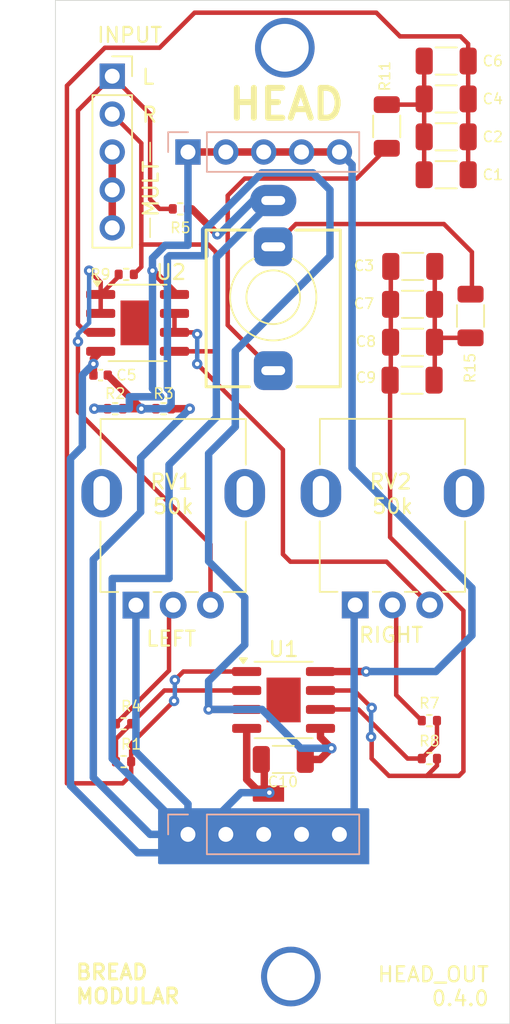
<source format=kicad_pcb>
(kicad_pcb (version 20240108) (generator "pcbnew") (generator_version "8.0")
  (layers (0 "F.Cu" signal) (31 "B.Cu" signal) (34 "B.Paste" user) (35 "F.Paste" user) (36 "B.SilkS" user "B.Silkscreen") (37 "F.SilkS" user "F.Silkscreen") (38 "B.Mask" user) (39 "F.Mask" user) (44 "Edge.Cuts" user))
  (net 0 "")
  (net 1 "GND")
  (net 2 "Net-(C1-Pad1)")
  (net 3 "OUT_L")
  (net 4 "Net-(C3-Pad1)")
  (net 5 "OUT_R")
  (net 6 "+2.5V")
  (net 7 "Net-(INPUT1-Pin_3)")
  (net 8 "IN_L")
  (net 9 "IN_R")
  (net 10 "Net-(U1A--)")
  (net 11 "Net-(R4-Pad1)")
  (net 12 "Net-(U1B--)")
  (net 13 "Net-(R7-Pad1)")
  (net 14 "Net-(C1-Pad2)")
  (net 15 "Net-(C3-Pad2)")
  (net 16 "V_SUPPLY")
  (net 17 "Net-(U2A--)")
  (net 18 "Net-(U2B--)")
  (footprint "Resistor_SMD:R_0402_1005Metric" (layer "F.Cu") (at 54.24 68)
    (property "Reference" "R3" (at 0 -1.016 0) (layer "F.SilkS") (effects (font (size 0.7 0.7) (thickness 0.1))))
    (property "Value" "1k")
    (fp_line (start -0.153641 -0.38) (end 0.153641 -0.38) (stroke (width 0.12)) (layer "F.SilkS"))
    (fp_line (start -0.153641 0.38) (end 0.153641 0.38) (stroke (width 0.12)) (layer "F.SilkS"))
    (pad "1" smd roundrect (at -0.51 0) (size 0.54 0.64) (layers "F.Cu" "F.Paste" "F.Mask") (net 6 "+2.5V"))
    (pad "2" smd roundrect (at 0.51 0) (size 0.54 0.64) (layers "F.Cu" "F.Paste" "F.Mask") (net 1 "GND"))
  )
  (footprint "Capacitor_SMD:C_1206_3216Metric" (layer "F.Cu") (at 73.201 44.704 180)
    (property "Reference" "C6" (at -3.126 0 180) (layer "F.SilkS") (effects (font (size 0.7 0.7) (thickness 0.1))))
    (property "Value" "100uf")
    (fp_line (start -0.711252 0.91) (end 0.711252 0.91) (stroke (width 0.12)) (layer "F.SilkS"))
    (fp_line (start -0.711252 -0.91) (end 0.711252 -0.91) (stroke (width 0.12)) (layer "F.SilkS"))
    (pad "1" smd roundrect (at -1.475 0 180) (size 1.15 1.8) (layers "F.Cu" "F.Paste" "F.Mask") (roundrect_rratio 0.217391) (net 2 "Net-(C1-Pad1)"))
    (pad "2" smd roundrect (at 1.475 0 180) (size 1.15 1.8) (layers "F.Cu" "F.Paste" "F.Mask") (roundrect_rratio 0.217391) (net 14 "Net-(C1-Pad2)"))
  )
  (footprint "Resistor_SMD:R_0402_1005Metric" (layer "F.Cu") (at 72.075 88.9)
    (property "Reference" "R7" (at 0 -1.17 0) (layer "F.SilkS") (effects (font (size 0.7 0.7) (thickness 0.1))))
    (property "Value" "100k")
    (fp_line (start -0.153641 -0.38) (end 0.153641 -0.38) (stroke (width 0.12)) (layer "F.SilkS"))
    (fp_line (start -0.153641 0.38) (end 0.153641 0.38) (stroke (width 0.12)) (layer "F.SilkS"))
    (pad "1" smd roundrect (at -0.51 0) (size 0.54 0.64) (layers "F.Cu" "F.Paste" "F.Mask") (net 13 "Net-(R7-Pad1)"))
    (pad "2" smd roundrect (at 0.51 0) (size 0.54 0.64) (layers "F.Cu" "F.Paste" "F.Mask") (net 12 "Net-(U1B--)"))
  )
  (footprint "BreadModular_Pots:Potentiometer_RV09" (layer "F.Cu") (at 69.727 74.158)
    (property "Reference" "RV2" (at -0.254 -1.27 180) (layer "F.SilkS"))
    (property "Value" "50k" (at -0.127 0.381 180) (layer "F.SilkS"))
    (fp_line (start -5.007 6.112) (end -5.007 1.392) (stroke (width 0.12)) (layer "F.SilkS"))
    (fp_line (start -4.997 -2.418) (end -4.997 -5.478) (stroke (width 0.12)) (layer "F.SilkS"))
    (fp_line (start -3.817 6.112) (end -4.997 6.112) (stroke (width 0.12)) (layer "F.SilkS"))
    (fp_line (start -0.917 6.112) (end -1.447 6.112) (stroke (width 0.12)) (layer "F.SilkS"))
    (fp_line (start 1.533 6.112) (end 0.703 6.112) (stroke (width 0.12)) (layer "F.SilkS"))
    (fp_line (start 4.743 -5.478) (end -4.997 -5.478) (stroke (width 0.12)) (layer "F.SilkS"))
    (fp_line (start 4.743 -2.418) (end 4.743 -5.478) (stroke (width 0.12)) (layer "F.SilkS"))
    (fp_line (start 4.743 6.112) (end 3.253 6.112) (stroke (width 0.12)) (layer "F.SilkS"))
    (fp_line (start 4.743 6.112) (end 4.743 1.392) (stroke (width 0.12)) (layer "F.SilkS"))
    (pad "" thru_hole oval (at -4.927 -0.508 180) (size 2.72 3.24) (drill oval 1.1 2.3) (layers "*.Cu" "*.Mask"))
    (pad "" thru_hole oval (at 4.673 -0.508 180) (size 2.72 3.24) (drill oval 1.1 2.3) (layers "*.Cu" "*.Mask"))
    (pad "1" thru_hole rect (at -2.627 6.992 180) (size 1.8 1.8) (drill 1) (layers "*.Cu" "*.Mask") (net 1 "GND"))
    (pad "2" thru_hole circle (at -0.127 6.992 180) (size 1.8 1.8) (drill 1) (layers "*.Cu" "*.Mask") (net 13 "Net-(R7-Pad1)"))
    (pad "3" thru_hole circle (at 2.373 6.992 180) (size 1.8 1.8) (drill 1) (layers "*.Cu" "*.Mask") (net 18 "Net-(U2B--)"))
  )
  (footprint "BreadModular_AudioJacks:Jack_3.5mm_QingPu_WQP-PJ366ST_Vertical" (layer "F.Cu") (at 61.6 60.53 180)
    (property "Reference" "J1")
    (property "Value" "AudioJack3")
    (fp_line (start 4.5 4.5) (end 4.5 -6) (stroke (width 0.2)) (layer "F.SilkS"))
    (fp_line (start 1.6 -6) (end 4.5 -6) (stroke (width 0.2)) (layer "F.SilkS"))
    (fp_line (start 1.5 4.5) (end 4.5 4.5) (stroke (width 0.2)) (layer "F.SilkS"))
    (fp_line (start -4.5 4.5) (end -1.5 4.5) (stroke (width 0.2)) (layer "F.SilkS"))
    (fp_line (start -4.5 4.5) (end -4.5 -6) (stroke (width 0.2)) (layer "F.SilkS"))
    (fp_line (start -4.5 -6) (end -1.6 -6) (stroke (width 0.2)) (layer "F.SilkS"))
    (fp_arc (start 0 -2.895) (mid 2.817353 -0.665994) (end 1.296263 2.588577) (stroke (width 0.12)) (layer "F.SilkS"))
    (fp_arc (start -1.296263 2.588577) (mid -2.817353 -0.665994) (end 0 -2.895) (stroke (width 0.12)) (layer "F.SilkS"))
    (fp_circle (center 0 0) (end -1.8 0) (stroke (width 0.12)) (fill none) (layer "F.SilkS"))
    (pad "R" thru_hole roundrect (at 0 3.38 180) (size 2.6 2.6) (drill oval 1.6 0.6) (layers "*.Cu" "*.Mask") (net 5 "OUT_R"))
    (pad "S" thru_hole oval (at 0 6.48 180) (size 3.1 2.1) (drill oval 1.6 0.6) (layers "*.Cu" "*.Mask") (net 1 "GND"))
    (pad "T" thru_hole roundrect (at 0 -4.92 180) (size 2.6 2.6) (drill oval 1.6 0.6) (layers "*.Cu" "*.Mask") (net 3 "OUT_L"))
  )
  (footprint "Capacitor_SMD:C_1206_3216Metric" (layer "F.Cu") (at 62.275 91.5)
    (property "Reference" "C10" (at -0.025 1.5 0) (layer "F.SilkS") (effects (font (size 0.7 0.7) (thickness 0.1))))
    (property "Value" "100uf")
    (fp_line (start -0.711252 -0.91) (end 0.711252 -0.91) (stroke (width 0.12)) (layer "F.SilkS"))
    (fp_line (start -0.711252 0.91) (end 0.711252 0.91) (stroke (width 0.12)) (layer "F.SilkS"))
    (pad "1" smd roundrect (at -1.475 0) (size 1.15 1.8) (layers "F.Cu" "F.Paste" "F.Mask") (roundrect_rratio 0.217391) (net 1 "GND"))
    (pad "2" smd roundrect (at 1.475 0) (size 1.15 1.8) (layers "F.Cu" "F.Paste" "F.Mask") (roundrect_rratio 0.217391) (net 6 "+2.5V"))
  )
  (footprint "Resistor_SMD:R_1206_3216Metric" (layer "F.Cu") (at 74.836 61.7875 -90)
    (property "Reference" "R15" (at 3.4905 0.033 -90) (layer "F.SilkS") (effects (font (size 0.7 0.7) (thickness 0.1))))
    (property "Value" "10")
    (fp_line (start -0.727064 0.91) (end 0.727064 0.91) (stroke (width 0.12)) (layer "F.SilkS"))
    (fp_line (start -0.727064 -0.91) (end 0.727064 -0.91) (stroke (width 0.12)) (layer "F.SilkS"))
    (pad "1" smd roundrect (at -1.4625 0 270) (size 1.125 1.75) (layers "F.Cu" "F.Paste" "F.Mask") (roundrect_rratio 0.222222) (net 5 "OUT_R"))
    (pad "2" smd roundrect (at 1.4625 0 270) (size 1.125 1.75) (layers "F.Cu" "F.Paste" "F.Mask") (roundrect_rratio 0.222222) (net 15 "Net-(C3-Pad2)"))
  )
  (footprint "Capacitor_SMD:C_1206_3216Metric" (layer "F.Cu") (at 70.915 66.087)
    (property "Reference" "C9" (at -3.097 -0.174 0) (layer "F.SilkS") (effects (font (size 0.7 0.7) (thickness 0.1))))
    (property "Value" "100uf")
    (fp_line (start -0.711252 -0.91) (end 0.711252 -0.91) (stroke (width 0.12)) (layer "F.SilkS"))
    (fp_line (start -0.711252 0.91) (end 0.711252 0.91) (stroke (width 0.12)) (layer "F.SilkS"))
    (pad "1" smd roundrect (at -1.475 0) (size 1.15 1.8) (layers "F.Cu" "F.Paste" "F.Mask") (roundrect_rratio 0.217391) (net 4 "Net-(C3-Pad1)"))
    (pad "2" smd roundrect (at 1.475 0) (size 1.15 1.8) (layers "F.Cu" "F.Paste" "F.Mask") (roundrect_rratio 0.217391) (net 15 "Net-(C3-Pad2)"))
  )
  (footprint "Resistor_SMD:R_1206_3216Metric" (layer "F.Cu") (at 69.215 49.0875 90)
    (property "Reference" "R11" (at 3.3675 -0.127 90) (layer "F.SilkS") (effects (font (size 0.7 0.7) (thickness 0.1))))
    (property "Value" "10")
    (fp_line (start -0.727064 -0.91) (end 0.727064 -0.91) (stroke (width 0.12)) (layer "F.SilkS"))
    (fp_line (start -0.727064 0.91) (end 0.727064 0.91) (stroke (width 0.12)) (layer "F.SilkS"))
    (pad "1" smd roundrect (at -1.4625 0 90) (size 1.125 1.75) (layers "F.Cu" "F.Paste" "F.Mask") (roundrect_rratio 0.222222) (net 3 "OUT_L"))
    (pad "2" smd roundrect (at 1.4625 0 90) (size 1.125 1.75) (layers "F.Cu" "F.Paste" "F.Mask") (roundrect_rratio 0.222222) (net 14 "Net-(C1-Pad2)"))
  )
  (footprint "Capacitor_SMD:C_1206_3216Metric" (layer "F.Cu") (at 70.962 58.467)
    (property "Reference" "C3" (at -3.271 -0.047 0) (layer "F.SilkS") (effects (font (size 0.7 0.7) (thickness 0.1))))
    (property "Value" "100uf")
    (fp_line (start -0.711252 -0.91) (end 0.711252 -0.91) (stroke (width 0.12)) (layer "F.SilkS"))
    (fp_line (start -0.711252 0.91) (end 0.711252 0.91) (stroke (width 0.12)) (layer "F.SilkS"))
    (pad "1" smd roundrect (at -1.475 0) (size 1.15 1.8) (layers "F.Cu" "F.Paste" "F.Mask") (roundrect_rratio 0.217391) (net 4 "Net-(C3-Pad1)"))
    (pad "2" smd roundrect (at 1.475 0) (size 1.15 1.8) (layers "F.Cu" "F.Paste" "F.Mask") (roundrect_rratio 0.217391) (net 15 "Net-(C3-Pad2)"))
  )
  (footprint "Resistor_SMD:R_0402_1005Metric" (layer "F.Cu") (at 51 68)
    (property "Reference" "R2" (at -0.002 -1.016 0) (layer "F.SilkS") (effects (font (size 0.7 0.7) (thickness 0.1))))
    (property "Value" "1k")
    (fp_line (start -0.153641 -0.38) (end 0.153641 -0.38) (stroke (width 0.12)) (layer "F.SilkS"))
    (fp_line (start -0.153641 0.38) (end 0.153641 0.38) (stroke (width 0.12)) (layer "F.SilkS"))
    (pad "1" smd roundrect (at -0.51 0) (size 0.54 0.64) (layers "F.Cu" "F.Paste" "F.Mask") (net 16 "V_SUPPLY"))
    (pad "2" smd roundrect (at 0.51 0) (size 0.54 0.64) (layers "F.Cu" "F.Paste" "F.Mask") (net 6 "+2.5V"))
  )
  (footprint "Resistor_SMD:R_0402_1005Metric" (layer "F.Cu") (at 51.56 91.6455)
    (property "Reference" "R1" (at 0.51 -1.17 0) (layer "F.SilkS") (effects (font (size 0.7 0.7) (thickness 0.1))))
    (property "Value" "100k")
    (fp_line (start -0.153641 -0.38) (end 0.153641 -0.38) (stroke (width 0.12)) (layer "F.SilkS"))
    (fp_line (start -0.153641 0.38) (end 0.153641 0.38) (stroke (width 0.12)) (layer "F.SilkS"))
    (pad "1" smd roundrect (at -0.51 0) (size 0.54 0.64) (layers "F.Cu" "F.Paste" "F.Mask") (net 10 "Net-(U1A--)"))
    (pad "2" smd roundrect (at 0.51 0) (size 0.54 0.64) (layers "F.Cu" "F.Paste" "F.Mask") (net 2 "Net-(C1-Pad1)"))
  )
  (footprint "Package_SO:SOIC-8-1EP_3.9x4.9mm_P1.27mm_EP2.29x3mm" (layer "F.Cu") (at 52.5 62.25)
    (property "Reference" "U2" (at 2.25 -3.4 0) (layer "F.SilkS"))
    (property "Value" "MCP6002-xSN")
    (fp_line (start 0 -2.56) (end -1.95 -2.56) (stroke (width 0.12)) (layer "F.SilkS"))
    (fp_line (start 0 -2.56) (end 1.95 -2.56) (stroke (width 0.12)) (layer "F.SilkS"))
    (fp_line (start 0 2.56) (end -1.95 2.56) (stroke (width 0.12)) (layer "F.SilkS"))
    (fp_line (start 0 2.56) (end 1.95 2.56) (stroke (width 0.12)) (layer "F.SilkS"))
    (fp_poly (pts (xy -2.7 -2.465) (xy -2.94 -2.795) (xy -2.46 -2.795) (xy -2.7 -2.465)) (stroke (width 0.12)) (fill solid) (layer "F.SilkS"))
    (pad "1" smd roundrect (at -2.475 -1.905) (size 1.95 0.6) (layers "F.Cu" "F.Paste" "F.Mask") (net 17 "Net-(U2A--)"))
    (pad "2" smd roundrect (at -2.475 -0.635) (size 1.95 0.6) (layers "F.Cu" "F.Paste" "F.Mask") (net 17 "Net-(U2A--)"))
    (pad "3" smd roundrect (at -2.475 0.635) (size 1.95 0.6) (layers "F.Cu" "F.Paste" "F.Mask") (net 8 "IN_L"))
    (pad "4" smd roundrect (at -2.475 1.905) (size 1.95 0.6) (layers "F.Cu" "F.Paste" "F.Mask") (net 1 "GND"))
    (pad "5" smd roundrect (at 2.475 1.905) (size 1.95 0.6) (layers "F.Cu" "F.Paste" "F.Mask") (net 9 "IN_R"))
    (pad "6" smd roundrect (at 2.475 0.635) (size 1.95 0.6) (layers "F.Cu" "F.Paste" "F.Mask") (net 18 "Net-(U2B--)"))
    (pad "7" smd roundrect (at 2.475 -0.635) (size 1.95 0.6) (layers "F.Cu" "F.Paste" "F.Mask") (net 18 "Net-(U2B--)"))
    (pad "8" smd roundrect (at 2.475 -1.905) (size 1.95 0.6) (layers "F.Cu" "F.Paste" "F.Mask") (net 16 "V_SUPPLY"))
    (pad "9" smd rect (at 0 0) (size 2.29 3) (property pad_prop_heatsink) (layers "F.Cu" "F.Mask"))
  )
  (footprint "Package_SO:SOIC-8-1EP_3.9x4.9mm_P1.27mm_EP2.29x3mm" (layer "F.Cu") (at 62.295 87.515)
    (property "Reference" "U1" (at 0 -3.4 0) (layer "F.SilkS"))
    (property "Value" "MCP6002-xSN")
    (fp_line (start 0 -2.56) (end -1.95 -2.56) (stroke (width 0.12)) (layer "F.SilkS"))
    (fp_line (start 0 -2.56) (end 1.95 -2.56) (stroke (width 0.12)) (layer "F.SilkS"))
    (fp_line (start 0 2.56) (end -1.95 2.56) (stroke (width 0.12)) (layer "F.SilkS"))
    (fp_line (start 0 2.56) (end 1.95 2.56) (stroke (width 0.12)) (layer "F.SilkS"))
    (fp_poly (pts (xy -2.7 -2.465) (xy -2.94 -2.795) (xy -2.46 -2.795) (xy -2.7 -2.465)) (stroke (width 0.12)) (fill solid) (layer "F.SilkS"))
    (pad "1" smd roundrect (at -2.475 -1.905) (size 1.95 0.6) (layers "F.Cu" "F.Paste" "F.Mask") (net 2 "Net-(C1-Pad1)"))
    (pad "2" smd roundrect (at -2.475 -0.635) (size 1.95 0.6) (layers "F.Cu" "F.Paste" "F.Mask") (net 10 "Net-(U1A--)"))
    (pad "3" smd roundrect (at -2.475 0.635) (size 1.95 0.6) (layers "F.Cu" "F.Paste" "F.Mask") (net 6 "+2.5V"))
    (pad "4" smd roundrect (at -2.475 1.905) (size 1.95 0.6) (layers "F.Cu" "F.Paste" "F.Mask") (net 1 "GND"))
    (pad "5" smd roundrect (at 2.475 1.905) (size 1.95 0.6) (layers "F.Cu" "F.Paste" "F.Mask") (net 6 "+2.5V"))
    (pad "6" smd roundrect (at 2.475 0.635) (size 1.95 0.6) (layers "F.Cu" "F.Paste" "F.Mask") (net 12 "Net-(U1B--)"))
    (pad "7" smd roundrect (at 2.475 -0.635) (size 1.95 0.6) (layers "F.Cu" "F.Paste" "F.Mask") (net 4 "Net-(C3-Pad1)"))
    (pad "8" smd roundrect (at 2.475 -1.905) (size 1.95 0.6) (layers "F.Cu" "F.Paste" "F.Mask") (net 16 "V_SUPPLY"))
    (pad "9" smd rect (at 0 0) (size 2.29 3) (property pad_prop_heatsink) (layers "F.Cu" "F.Mask"))
  )
  (footprint "Resistor_SMD:R_0402_1005Metric" (layer "F.Cu") (at 51.56 89.1055)
    (property "Reference" "R4" (at 0.51 -1.17 0) (layer "F.SilkS") (effects (font (size 0.7 0.7) (thickness 0.1))))
    (property "Value" "100k")
    (fp_line (start -0.153641 -0.38) (end 0.153641 -0.38) (stroke (width 0.12)) (layer "F.SilkS"))
    (fp_line (start -0.153641 0.38) (end 0.153641 0.38) (stroke (width 0.12)) (layer "F.SilkS"))
    (pad "1" smd roundrect (at -0.51 0) (size 0.54 0.64) (layers "F.Cu" "F.Paste" "F.Mask") (net 11 "Net-(R4-Pad1)"))
    (pad "2" smd roundrect (at 0.51 0) (size 0.54 0.64) (layers "F.Cu" "F.Paste" "F.Mask") (net 10 "Net-(U1A--)"))
  )
  (footprint "BreadModular_Pots:Potentiometer_RV09" (layer "F.Cu") (at 55.017 74.168)
    (property "Reference" "RV1" (at -0.254 -1.27 180) (layer "F.SilkS"))
    (property "Value" "50k" (at -0.127 0.381 180) (layer "F.SilkS"))
    (fp_line (start -5.007 6.112) (end -5.007 1.392) (stroke (width 0.12)) (layer "F.SilkS"))
    (fp_line (start -4.997 -2.418) (end -4.997 -5.478) (stroke (width 0.12)) (layer "F.SilkS"))
    (fp_line (start -3.817 6.112) (end -4.997 6.112) (stroke (width 0.12)) (layer "F.SilkS"))
    (fp_line (start -0.917 6.112) (end -1.447 6.112) (stroke (width 0.12)) (layer "F.SilkS"))
    (fp_line (start 1.533 6.112) (end 0.703 6.112) (stroke (width 0.12)) (layer "F.SilkS"))
    (fp_line (start 4.743 -5.478) (end -4.997 -5.478) (stroke (width 0.12)) (layer "F.SilkS"))
    (fp_line (start 4.743 -2.418) (end 4.743 -5.478) (stroke (width 0.12)) (layer "F.SilkS"))
    (fp_line (start 4.743 6.112) (end 3.253 6.112) (stroke (width 0.12)) (layer "F.SilkS"))
    (fp_line (start 4.743 6.112) (end 4.743 1.392) (stroke (width 0.12)) (layer "F.SilkS"))
    (pad "" thru_hole oval (at -4.927 -0.508 180) (size 2.72 3.24) (drill oval 1.1 2.3) (layers "*.Cu" "*.Mask"))
    (pad "" thru_hole oval (at 4.673 -0.508 180) (size 2.72 3.24) (drill oval 1.1 2.3) (layers "*.Cu" "*.Mask"))
    (pad "1" thru_hole rect (at -2.627 6.992 180) (size 1.8 1.8) (drill 1) (layers "*.Cu" "*.Mask") (net 1 "GND"))
    (pad "2" thru_hole circle (at -0.127 6.992 180) (size 1.8 1.8) (drill 1) (layers "*.Cu" "*.Mask") (net 11 "Net-(R4-Pad1)"))
    (pad "3" thru_hole circle (at 2.373 6.992 180) (size 1.8 1.8) (drill 1) (layers "*.Cu" "*.Mask") (net 17 "Net-(U2A--)"))
  )
  (footprint "Capacitor_SMD:C_1206_3216Metric" (layer "F.Cu") (at 70.946 63.547)
    (property "Reference" "C8" (at -3.128 -0.047 0) (layer "F.SilkS") (effects (font (size 0.7 0.7) (thickness 0.1))))
    (property "Value" "100uf")
    (fp_line (start -0.711252 -0.91) (end 0.711252 -0.91) (stroke (width 0.12)) (layer "F.SilkS"))
    (fp_line (start -0.711252 0.91) (end 0.711252 0.91) (stroke (width 0.12)) (layer "F.SilkS"))
    (pad "1" smd roundrect (at -1.475 0) (size 1.15 1.8) (layers "F.Cu" "F.Paste" "F.Mask") (roundrect_rratio 0.217391) (net 4 "Net-(C3-Pad1)"))
    (pad "2" smd roundrect (at 1.475 0) (size 1.15 1.8) (layers "F.Cu" "F.Paste" "F.Mask") (roundrect_rratio 0.217391) (net 15 "Net-(C3-Pad2)"))
  )
  (footprint "Resistor_SMD:R_0402_1005Metric" (layer "F.Cu") (at 72.075 91.44)
    (property "Reference" "R8" (at 0 -1.17 0) (layer "F.SilkS") (effects (font (size 0.7 0.7) (thickness 0.1))))
    (property "Value" "100k")
    (fp_line (start -0.153641 -0.38) (end 0.153641 -0.38) (stroke (width 0.12)) (layer "F.SilkS"))
    (fp_line (start -0.153641 0.38) (end 0.153641 0.38) (stroke (width 0.12)) (layer "F.SilkS"))
    (pad "1" smd roundrect (at -0.51 0) (size 0.54 0.64) (layers "F.Cu" "F.Paste" "F.Mask") (net 12 "Net-(U1B--)"))
    (pad "2" smd roundrect (at 0.51 0) (size 0.54 0.64) (layers "F.Cu" "F.Paste" "F.Mask") (net 4 "Net-(C3-Pad1)"))
  )
  (footprint "Capacitor_SMD:C_0402_1005Metric" (layer "F.Cu") (at 50.02 65.75)
    (property "Reference" "C5" (at 1.73 0 0) (layer "F.SilkS") (effects (font (size 0.7 0.7) (thickness 0.1))))
    (property "Value" "0.1uf")
    (fp_line (start -0.107836 -0.36) (end 0.107836 -0.36) (stroke (width 0.12)) (layer "F.SilkS"))
    (fp_line (start -0.107836 0.36) (end 0.107836 0.36) (stroke (width 0.12)) (layer "F.SilkS"))
    (pad "1" smd roundrect (at -0.48 0) (size 0.56 0.62) (layers "F.Cu" "F.Paste" "F.Mask") (net 1 "GND"))
    (pad "2" smd roundrect (at 0.48 0) (size 0.56 0.62) (layers "F.Cu" "F.Paste" "F.Mask") (net 6 "+2.5V"))
  )
  (footprint "Capacitor_SMD:C_1206_3216Metric" (layer "F.Cu") (at 73.201 49.784 180)
    (property "Reference" "C2" (at -3.126 0 180) (layer "F.SilkS") (effects (font (size 0.7 0.7) (thickness 0.1))))
    (property "Value" "100uf")
    (fp_line (start -0.711252 0.91) (end 0.711252 0.91) (stroke (width 0.12)) (layer "F.SilkS"))
    (fp_line (start -0.711252 -0.91) (end 0.711252 -0.91) (stroke (width 0.12)) (layer "F.SilkS"))
    (pad "1" smd roundrect (at -1.475 0 180) (size 1.15 1.8) (layers "F.Cu" "F.Paste" "F.Mask") (roundrect_rratio 0.217391) (net 2 "Net-(C1-Pad1)"))
    (pad "2" smd roundrect (at 1.475 0 180) (size 1.15 1.8) (layers "F.Cu" "F.Paste" "F.Mask") (roundrect_rratio 0.217391) (net 14 "Net-(C1-Pad2)"))
  )
  (footprint "Capacitor_SMD:C_1206_3216Metric" (layer "F.Cu") (at 73.201 52.324 180)
    (property "Reference" "C1" (at -3.126 0 180) (layer "F.SilkS") (effects (font (size 0.7 0.7) (thickness 0.1))))
    (property "Value" "100uf")
    (fp_line (start -0.711252 0.91) (end 0.711252 0.91) (stroke (width 0.12)) (layer "F.SilkS"))
    (fp_line (start -0.711252 -0.91) (end 0.711252 -0.91) (stroke (width 0.12)) (layer "F.SilkS"))
    (pad "1" smd roundrect (at -1.475 0 180) (size 1.15 1.8) (layers "F.Cu" "F.Paste" "F.Mask") (roundrect_rratio 0.217391) (net 2 "Net-(C1-Pad1)"))
    (pad "2" smd roundrect (at 1.475 0 180) (size 1.15 1.8) (layers "F.Cu" "F.Paste" "F.Mask") (roundrect_rratio 0.217391) (net 14 "Net-(C1-Pad2)"))
  )
  (footprint "Resistor_SMD:R_0402_1005Metric" (layer "F.Cu") (at 51.74 59)
    (property "Reference" "R9" (at -1.74 0 0) (layer "F.SilkS") (effects (font (size 0.7 0.7) (thickness 0.1))))
    (property "Value" "1M")
    (fp_line (start -0.153641 -0.38) (end 0.153641 -0.38) (stroke (width 0.12)) (layer "F.SilkS"))
    (fp_line (start -0.153641 0.38) (end 0.153641 0.38) (stroke (width 0.12)) (layer "F.SilkS"))
    (pad "1" smd roundrect (at -0.51 0) (size 0.54 0.64) (layers "F.Cu" "F.Paste" "F.Mask") (net 17 "Net-(U2A--)"))
    (pad "2" smd roundrect (at 0.51 0) (size 0.54 0.64) (layers "F.Cu" "F.Paste" "F.Mask") (net 9 "IN_R"))
  )
  (footprint "Capacitor_SMD:C_1206_3216Metric" (layer "F.Cu") (at 70.946 61.007)
    (property "Reference" "C7" (at -3.255 -0.047 0) (layer "F.SilkS") (effects (font (size 0.7 0.7) (thickness 0.1))))
    (property "Value" "100uf")
    (fp_line (start -0.711252 -0.91) (end 0.711252 -0.91) (stroke (width 0.12)) (layer "F.SilkS"))
    (fp_line (start -0.711252 0.91) (end 0.711252 0.91) (stroke (width 0.12)) (layer "F.SilkS"))
    (pad "1" smd roundrect (at -1.475 0) (size 1.15 1.8) (layers "F.Cu" "F.Paste" "F.Mask") (roundrect_rratio 0.217391) (net 4 "Net-(C3-Pad1)"))
    (pad "2" smd roundrect (at 1.475 0) (size 1.15 1.8) (layers "F.Cu" "F.Paste" "F.Mask") (roundrect_rratio 0.217391) (net 15 "Net-(C3-Pad2)"))
  )
  (footprint "Capacitor_SMD:C_1206_3216Metric" (layer "F.Cu") (at 73.201 47.244 180)
    (property "Reference" "C4" (at -3.126 0 180) (layer "F.SilkS") (effects (font (size 0.7 0.7) (thickness 0.1))))
    (property "Value" "100uf")
    (fp_line (start -0.711252 0.91) (end 0.711252 0.91) (stroke (width 0.12)) (layer "F.SilkS"))
    (fp_line (start -0.711252 -0.91) (end 0.711252 -0.91) (stroke (width 0.12)) (layer "F.SilkS"))
    (pad "1" smd roundrect (at -1.475 0 180) (size 1.15 1.8) (layers "F.Cu" "F.Paste" "F.Mask") (roundrect_rratio 0.217391) (net 2 "Net-(C1-Pad1)"))
    (pad "2" smd roundrect (at 1.475 0 180) (size 1.15 1.8) (layers "F.Cu" "F.Paste" "F.Mask") (roundrect_rratio 0.217391) (net 14 "Net-(C1-Pad2)"))
  )
  (footprint "Resistor_SMD:R_0402_1005Metric" (layer "F.Cu") (at 55.37 54.61)
    (property "Reference" "R5" (at 0 1.27 0) (layer "F.SilkS") (effects (font (size 0.7 0.7) (thickness 0.1))))
    (property "Value" "100k")
    (fp_line (start -0.153641 -0.38) (end 0.153641 -0.38) (stroke (width 0.12)) (layer "F.SilkS"))
    (fp_line (start -0.153641 0.38) (end 0.153641 0.38) (stroke (width 0.12)) (layer "F.SilkS"))
    (pad "1" smd roundrect (at -0.51 0) (size 0.54 0.64) (layers "F.Cu" "F.Paste" "F.Mask") (net 8 "IN_L"))
    (pad "2" smd roundrect (at 0.51 0) (size 0.54 0.64) (layers "F.Cu" "F.Paste" "F.Mask") (net 1 "GND"))
  )
  (footprint "Connector_PinSocket_2.54mm:PinSocket_1x05_P2.54mm_Vertical" (layer "F.Cu") (at 50.8 45.72)
    (property "Reference" "INPUT1")
    (property "Value" "Conn_01x05_Socket")
    (fp_line (start -1.33 1.27) (end -1.33 11.49) (stroke (width 0.12)) (layer "F.SilkS"))
    (fp_line (start -1.33 1.27) (end 1.33 1.27) (stroke (width 0.12)) (layer "F.SilkS"))
    (fp_line (start -1.33 11.49) (end 1.33 11.49) (stroke (width 0.12)) (layer "F.SilkS"))
    (fp_line (start 0 -1.33) (end 1.33 -1.33) (stroke (width 0.12)) (layer "F.SilkS"))
    (fp_line (start 1.33 -1.33) (end 1.33 0) (stroke (width 0.12)) (layer "F.SilkS"))
    (fp_line (start 1.33 1.27) (end 1.33 11.49) (stroke (width 0.12)) (layer "F.SilkS"))
    (pad "1" thru_hole rect (at 0 0) (size 1.7 1.7) (drill 1) (layers "*.Cu" "*.Mask") (net 8 "IN_L"))
    (pad "2" thru_hole oval (at 0 2.54) (size 1.7 1.7) (drill 1) (layers "*.Cu" "*.Mask") (net 9 "IN_R"))
    (pad "3" thru_hole oval (at 0 5.08) (size 1.7 1.7) (drill 1) (layers "*.Cu" "*.Mask") (net 7 "Net-(INPUT1-Pin_3)"))
    (pad "4" thru_hole oval (at 0 7.62) (size 1.7 1.7) (drill 1) (layers "*.Cu" "*.Mask") (net 7 "Net-(INPUT1-Pin_3)"))
    (pad "5" thru_hole oval (at 0 10.16) (size 1.7 1.7) (drill 1) (layers "*.Cu" "*.Mask") (net 7 "Net-(INPUT1-Pin_3)"))
  )
  (footprint "Connector_PinHeader_2.54mm:PinHeader_1x05_P2.54mm_Vertical" (layer "B.Cu") (at 55.88 96.52 -90)
    (property "Reference" "GND1" (hide yes))
    (property "Value" "Conn_01x05_Pin")
    (fp_line (start -1.33 1.33) (end -1.33 0) (stroke (width 0.12)) (layer "B.SilkS"))
    (fp_line (start 0 1.33) (end -1.33 1.33) (stroke (width 0.12)) (layer "B.SilkS"))
    (fp_line (start 1.33 -1.27) (end -1.33 -1.27) (stroke (width 0.12)) (layer "B.SilkS"))
    (fp_line (start -1.33 -11.49) (end -1.33 -1.27) (stroke (width 0.12)) (layer "B.SilkS"))
    (fp_line (start 1.33 -11.49) (end 1.33 -1.27) (stroke (width 0.12)) (layer "B.SilkS"))
    (fp_line (start 1.33 -11.49) (end -1.33 -11.49) (stroke (width 0.12)) (layer "B.SilkS"))
    (pad "1" thru_hole rect (at 0 0 270) (size 1.7 1.7) (drill 1) (layers "*.Cu" "*.Mask") (net 1 "GND"))
    (pad "2" thru_hole oval (at 0 -2.54 270) (size 1.7 1.7) (drill 1) (layers "*.Cu" "*.Mask") (net 1 "GND"))
    (pad "3" thru_hole oval (at 0 -5.08 270) (size 1.7 1.7) (drill 1) (layers "*.Cu" "*.Mask") (net 1 "GND"))
    (pad "4" thru_hole oval (at 0 -7.62 270) (size 1.7 1.7) (drill 1) (layers "*.Cu" "*.Mask") (net 1 "GND"))
    (pad "5" thru_hole oval (at 0 -10.16 270) (size 1.7 1.7) (drill 1) (layers "*.Cu" "*.Mask") (net 1 "GND"))
  )
  (footprint "Connector_PinHeader_2.54mm:PinHeader_1x05_P2.54mm_Vertical" (layer "B.Cu") (at 55.88 50.8 -90)
    (property "Reference" "5V1" (hide yes))
    (property "Value" "Conn_01x05_Pin")
    (fp_line (start -1.33 1.33) (end -1.33 0) (stroke (width 0.12)) (layer "B.SilkS"))
    (fp_line (start 0 1.33) (end -1.33 1.33) (stroke (width 0.12)) (layer "B.SilkS"))
    (fp_line (start 1.33 -1.27) (end -1.33 -1.27) (stroke (width 0.12)) (layer "B.SilkS"))
    (fp_line (start -1.33 -11.49) (end -1.33 -1.27) (stroke (width 0.12)) (layer "B.SilkS"))
    (fp_line (start 1.33 -11.49) (end 1.33 -1.27) (stroke (width 0.12)) (layer "B.SilkS"))
    (fp_line (start 1.33 -11.49) (end -1.33 -11.49) (stroke (width 0.12)) (layer "B.SilkS"))
    (pad "1" thru_hole rect (at 0 0 270) (size 1.7 1.7) (drill 1) (layers "*.Cu" "*.Mask") (net 16 "V_SUPPLY"))
    (pad "2" thru_hole oval (at 0 -2.54 270) (size 1.7 1.7) (drill 1) (layers "*.Cu" "*.Mask") (net 16 "V_SUPPLY"))
    (pad "3" thru_hole oval (at 0 -5.08 270) (size 1.7 1.7) (drill 1) (layers "*.Cu" "*.Mask") (net 16 "V_SUPPLY"))
    (pad "4" thru_hole oval (at 0 -7.62 270) (size 1.7 1.7) (drill 1) (layers "*.Cu" "*.Mask") (net 16 "V_SUPPLY"))
    (pad "5" thru_hole oval (at 0 -10.16 270) (size 1.7 1.7) (drill 1) (layers "*.Cu" "*.Mask") (net 16 "V_SUPPLY"))
  )
  (gr_poly (pts (xy 60.325 93.345) (xy 62.23 93.345) (xy 62.23 94.234) (xy 60.325 94.234)) (stroke (width 0.2)) (fill solid) (layer "F.Cu") (net 1))
  (gr_poly (pts (xy 53.975 94.869) (xy 67.945 94.869) (xy 67.945 98.425) (xy 53.975 98.425)) (stroke (width 0.2)) (fill solid) (layer "B.Cu") (net 1))
  (gr_line (start 53.34 51.435) (end 53.34 50.165) (stroke (width 0.1)) (layer "F.SilkS"))
  (gr_line (start 53.34 55.245) (end 53.34 56.515) (stroke (width 0.1)) (layer "F.SilkS"))
  (gr_line (start 46.99 109.22) (end 77.47 109.22) (stroke (width 0.05)) (layer "Edge.Cuts"))
  (gr_line (start 77.47 40.64) (end 46.99 40.64) (stroke (width 0.05)) (layer "Edge.Cuts"))
  (gr_line (start 46.99 40.64) (end 46.99 109.22) (stroke (width 0.05)) (layer "Edge.Cuts"))
  (gr_line (start 77.47 109.22) (end 77.47 40.64) (stroke (width 0.05)) (layer "Edge.Cuts"))
  (gr_text "R" (at 52.705 48.895 0) (layer "F.SilkS") (effects (font (size 1 1)) (justify left bottom)))
  (gr_text "HEAD" (at 58.42 48.768 0) (layer "F.SilkS") (effects (font (size 2 2) (thickness 0.4) (bold yes)) (justify left bottom)))
  (gr_text "RIGHT" (at 69.5 83.75 0) (layer "F.SilkS") (effects (font (size 1 1)) (justify bottom)))
  (gr_text "HEAD_OUT\n0.4.0" (at 76.15 108.1 0) (layer "F.SilkS") (effects (font (size 1 1)) (justify right bottom)))
  (gr_text "MULT" (at 53.975 55.245 90) (layer "F.SilkS") (effects (font (size 1 1)) (justify left bottom)))
  (gr_text "L" (at 52.705 46.355 0) (layer "F.SilkS") (effects (font (size 1 1)) (justify left bottom)))
  (gr_text "INPUT" (at 49.7 43.55 0) (layer "F.SilkS") (effects (font (size 1 1)) (justify left bottom)))
  (gr_text "BREAD\nMODULAR" (at 48.26 107.95 0) (layer "F.SilkS") (effects (font (size 1 1) (thickness 0.2) (bold yes)) (justify left bottom)))
  (gr_text "LEFT" (at 54.75 84 0) (layer "F.SilkS") (effects (font (size 1 1)) (justify bottom)))
  (via (at 62.784908 106.045) (size 4) (drill 3.2) (layers "F.Cu" "B.Cu") (net 0))
  (via (at 62.37758 43.815) (size 4) (drill 3.2) (layers "F.Cu" "B.Cu") (net 0))
  (segment (start 61 91.5) (end 61 93.385) (width 0.5) (layer "F.Cu") (net 1))
  (segment (start 55.88 96.52) (end 66.04 96.52) (width 0.5) (layer "F.Cu") (net 1))
  (segment (start 61 93.385) (end 61.341 93.726) (width 0.5) (layer "F.Cu") (net 1))
  (segment (start 60.706 93.726) (end 61.341 93.726) (width 0.5) (layer "F.Cu") (net 1))
  (segment (start 56.143951 54.61) (end 55.88 54.61) (width 0.5) (layer "F.Cu") (net 1))
  (segment (start 59.82 89.42) (end 59.82 92.84) (width 0.5) (layer "F.Cu") (net 1))
  (segment (start 49.54 65) (end 49.54 64.64) (width 0.5) (layer "F.Cu") (net 1))
  (segment (start 49.54 65.5) (end 49.54 65) (width 0.5) (layer "F.Cu") (net 1))
  (segment (start 57.847001 56.31305) (end 56.143951 54.61) (width 0.5) (layer "F.Cu") (net 1))
  (segment (start 49.54 64.64) (end 50.025 64.155) (width 0.5) (layer "F.Cu") (net 1))
  (segment (start 54.75 68) (end 56 68) (width 0.5) (layer "F.Cu") (net 1))
  (segment (start 59.82 92.84) (end 60.706 93.726) (width 0.5) (layer "F.Cu") (net 1))
  (via (at 49.54 65) (size 0.7) (drill 0.3) (layers "F.Cu" "B.Cu") (net 1))
  (via (at 56 68) (size 0.7) (drill 0.3) (layers "F.Cu" "B.Cu") (net 1))
  (via (at 61.341 93.726) (size 0.7) (drill 0.3) (layers "F.Cu" "B.Cu") (net 1))
  (via (at 57.847001 56.31305) (size 0.7) (drill 0.3) (layers "F.Cu" "B.Cu") (net 1))
  (segment (start 52.705 71.295) (end 52.705 74.93) (width 0.5) (layer "B.Cu") (net 1))
  (segment (start 54.61 79.375) (end 50.8 79.375) (width 0.5) (layer "B.Cu") (net 1))
  (segment (start 50.8 79.375) (end 50.8 91.44) (width 0.5) (layer "B.Cu") (net 1))
  (segment (start 67.03 81.22) (end 67.03 95.53) (width 0.5) (layer "B.Cu") (net 1))
  (segment (start 48 93.25) (end 52.5 97.75) (width 0.5) (layer "B.Cu") (net 1))
  (segment (start 60.25 54.05) (end 61.6 54.05) (width 0.5) (layer "B.Cu") (net 1))
  (segment (start 61.341 93.726) (end 59.436 93.726) (width 0.5) (layer "B.Cu") (net 1))
  (segment (start 67.1 81.15) (end 67.03 81.22) (width 0.5) (layer "B.Cu") (net 1))
  (segment (start 59.857 97.75) (end 60.96 96.647) (width 0.5) (layer "B.Cu") (net 1))
  (segment (start 57.785 57.86) (end 57.785 68.58) (width 0.5) (layer "B.Cu") (net 1))
  (segment (start 54.61 71.755) (end 54.61 79.375) (width 0.5) (layer "B.Cu") (net 1))
  (segment (start 49.54 65) (end 48.795 65.745) (width 0.5) (layer "B.Cu") (net 1))
  (segment (start 48.795 65.745) (end 48.795 70.545) (width 0.5) (layer "B.Cu") (net 1))
  (segment (start 52.705 74.93) (end 49.53 78.105) (width 0.5) (layer "B.Cu") (net 1))
  (segment (start 48 71.34) (end 48 93.25) (width 0.5) (layer "B.Cu") (net 1))
  (segment (start 53.34 96.52) (end 55.88 96.52) (width 0.5) (layer "B.Cu") (net 1))
  (segment (start 56.642 96.52) (end 55.88 96.52) (width 0.5) (layer "B.Cu") (net 1))
  (segment (start 57.785 68.58) (end 54.61 71.755) (width 0.5) (layer "B.Cu") (net 1))
  (segment (start 57.847001 56.31305) (end 57.98695 56.31305) (width 0.5) (layer "B.Cu") (net 1))
  (segment (start 50.8 91.44) (end 55.88 96.52) (width 0.5) (layer "B.Cu") (net 1))
  (segment (start 48.795 70.545) (end 48 71.34) (width 0.5) (layer "B.Cu") (net 1))
  (segment (start 55.88 94.48) (end 55.88 96.52) (width 0.5) (layer "B.Cu") (net 1))
  (segment (start 49.53 78.105) (end 49.53 92.71) (width 0.5) (layer "B.Cu") (net 1))
  (segment (start 56 68) (end 52.705 71.295) (width 0.5) (layer "B.Cu") (net 1))
  (segment (start 59.436 93.726) (end 56.642 96.52) (width 0.5) (layer "B.Cu") (net 1))
  (segment (start 67.03 95.53) (end 66.04 96.52) (width 0.5) (layer "B.Cu") (net 1))
  (segment (start 61.595 54.05) (end 57.785 57.86) (width 0.5) (layer "B.Cu") (net 1))
  (segment (start 52.39 90.99) (end 55.88 94.48) (width 0.5) (layer "B.Cu") (net 1))
  (segment (start 52.5 97.75) (end 59.857 97.75) (width 0.5) (layer "B.Cu") (net 1))
  (segment (start 57.98695 56.31305) (end 60.25 54.05) (width 0.5) (layer "B.Cu") (net 1))
  (segment (start 49.53 92.71) (end 53.34 96.52) (width 0.5) (layer "B.Cu") (net 1))
  (segment (start 52.39 81.16) (end 52.39 90.99) (width 0.5) (layer "B.Cu") (net 1))
  (segment (start 54.95 87.58) (end 52.07 90.46) (width 0.3) (layer "F.Cu") (net 2))
  (segment (start 47.76 46.36) (end 47.76 93.1) (width 0.3) (layer "F.Cu") (net 2))
  (segment (start 68.516 41.465) (end 56.325 41.465) (width 0.3) (layer "F.Cu") (net 2))
  (segment (start 74.676 44.704) (end 74.676 52.324) (width 0.3) (layer "F.Cu") (net 2))
  (segment (start 51.5 93.1) (end 47.76 93.1) (width 0.3) (layer "F.Cu") (net 2))
  (segment (start 70.104 43.053) (end 68.516 41.465) (width 0.3) (layer "F.Cu") (net 2))
  (segment (start 59.82 85.61) (end 55.57 85.61) (width 0.3) (layer "F.Cu") (net 2))
  (segment (start 53.975 43.815) (end 50.305 43.815) (width 0.3) (layer "F.Cu") (net 2))
  (segment (start 74.676 44.704) (end 74.676 43.561) (width 0.3) (layer "F.Cu") (net 2))
  (segment (start 52.07 91.6455) (end 51.9915 91.6455) (width 0.3) (layer "F.Cu") (net 2))
  (segment (start 74.676 43.561) (end 74.168 43.053) (width 0.3) (layer "F.Cu") (net 2))
  (segment (start 55.57 85.61) (end 55 86.18) (width 0.3) (layer "F.Cu") (net 2))
  (segment (start 74.168 43.053) (end 70.104 43.053) (width 0.3) (layer "F.Cu") (net 2))
  (segment (start 50.305 43.815) (end 47.76 46.36) (width 0.3) (layer "F.Cu") (net 2))
  (segment (start 52.07 91.6455) (end 52.07 92.53) (width 0.3) (layer "F.Cu") (net 2))
  (segment (start 52.07 90.46) (end 52.07 91.6455) (width 0.3) (layer "F.Cu") (net 2))
  (segment (start 51.9915 91.6455) (end 51.943 91.694) (width 0.3) (layer "F.Cu") (net 2))
  (segment (start 52.07 92.53) (end 51.5 93.1) (width 0.3) (layer "F.Cu") (net 2))
  (segment (start 56.325 41.465) (end 53.975 43.815) (width 0.3) (layer "F.Cu") (net 2))
  (via (at 54.95 87.58) (size 0.7) (drill 0.3) (layers "F.Cu" "B.Cu") (net 2))
  (via (at 55 86.18) (size 0.7) (drill 0.3) (layers "F.Cu" "B.Cu") (net 2))
  (segment (start 55 86.18) (end 55 87.53) (width 0.3) (layer "B.Cu") (net 2))
  (segment (start 55 87.53) (end 54.95 87.58) (width 0.3) (layer "B.Cu") (net 2))
  (segment (start 69.215 50.55) (end 67.187 52.578) (width 0.3) (layer "F.Cu") (net 3))
  (segment (start 59.69 52.578) (end 58.547 53.721) (width 0.3) (layer "F.Cu") (net 3))
  (segment (start 67.187 52.578) (end 59.69 52.578) (width 0.3) (layer "F.Cu") (net 3))
  (segment (start 58.547 62.402) (end 61.595 65.45) (width 0.3) (layer "F.Cu") (net 3))
  (segment (start 58.547 53.721) (end 58.547 62.402) (width 0.3) (layer "F.Cu") (net 3))
  (segment (start 69.487 66.04) (end 69.44 66.087) (width 0.3) (layer "F.Cu") (net 4))
  (segment (start 67.04195 86.88) (end 64.77 86.88) (width 0.3) (layer "F.Cu") (net 4))
  (segment (start 68.203 91.44) (end 68.203 90.02095) (width 0.3) (layer "F.Cu") (net 4))
  (segment (start 69.44 76.612233) (end 69.44 66.087) (width 0.3) (layer "F.Cu") (net 4))
  (segment (start 64.77 86.88) (end 64.782 86.868) (width 0.5) (layer "F.Cu") (net 4))
  (segment (start 70.739 77.911233) (end 70.962883 78.135117) (width 0.3) (layer "F.Cu") (net 4))
  (segment (start 69.363 92.6) (end 68.203 91.44) (width 0.3) (layer "F.Cu") (net 4))
  (segment (start 68.205975 88.044025) (end 67.04195 86.88) (width 0.3) (layer "F.Cu") (net 4))
  (segment (start 70.962883 78.135117) (end 74.36 81.532233) (width 0.3) (layer "F.Cu") (net 4))
  (segment (start 72.585 91.915) (end 71.9 92.6) (width 0.3) (layer "F.Cu") (net 4))
  (segment (start 70.850942 78.023175) (end 69.44 76.612233) (width 0.3) (layer "F.Cu") (net 4))
  (segment (start 72.585 91.44) (end 72.585 91.915) (width 0.3) (layer "F.Cu") (net 4))
  (segment (start 74.36 81.532233) (end 74.36 92.3) (width 0.3) (layer "F.Cu") (net 4))
  (segment (start 74.36 92.3) (end 74.06 92.6) (width 0.3) (layer "F.Cu") (net 4))
  (segment (start 71.9 92.6) (end 69.363 92.6) (width 0.3) (layer "F.Cu") (net 4))
  (segment (start 68.203 90.02095) (end 68.166025 89.983975) (width 0.3) (layer "F.Cu") (net 4))
  (segment (start 69.487 58.467) (end 69.487 66.04) (width 0.3) (layer "F.Cu") (net 4))
  (segment (start 74.06 92.6) (end 71.9 92.6) (width 0.3) (layer "F.Cu") (net 4))
  (via (at 68.166025 89.983975) (size 0.7) (drill 0.3) (layers "F.Cu" "B.Cu") (net 4))
  (via (at 68.205975 88.044025) (size 0.7) (drill 0.3) (layers "F.Cu" "B.Cu") (net 4))
  (segment (start 68.166025 88.083975) (end 68.205975 88.044025) (width 0.3) (layer "B.Cu") (net 4))
  (segment (start 68.166025 89.983975) (end 68.166025 88.083975) (width 0.3) (layer "B.Cu") (net 4))
  (segment (start 73.051228 55.626) (end 63.119 55.626) (width 0.3) (layer "F.Cu") (net 5))
  (segment (start 74.93 57.504772) (end 73.051228 55.626) (width 0.3) (layer "F.Cu") (net 5))
  (segment (start 74.836 60.325) (end 74.93 60.231) (width 0.3) (layer "F.Cu") (net 5))
  (segment (start 74.93 60.231) (end 74.93 57.504772) (width 0.3) (layer "F.Cu") (net 5))
  (segment (start 63.119 55.626) (end 61.595 57.15) (width 0.3) (layer "F.Cu") (net 5))
  (segment (start 64.75 91.5) (end 65.5 90.75) (width 0.5) (layer "F.Cu") (net 6))
  (segment (start 63.95 91.5) (end 64.75 91.5) (width 0.5) (layer "F.Cu") (net 6))
  (segment (start 64.77 90.02) (end 64.77 89.42) (width 0.5) (layer "F.Cu") (net 6))
  (segment (start 57.265 88.15) (end 59.82 88.15) (width 0.5) (layer "F.Cu") (net 6))
  (segment (start 51.51 68) (end 53.73 68) (width 0.5) (layer "F.Cu") (net 6))
  (segment (start 65.5 90.75) (end 64.77 90.02) (width 0.5) (layer "F.Cu") (net 6))
  (segment (start 50.5 65.75) (end 52.75 68) (width 0.5) (layer "F.Cu") (net 6))
  (via (at 57.265 88.15) (size 0.7) (drill 0.3) (layers "F.Cu" "B.Cu") (net 6))
  (via (at 52.75 68) (size 0.7) (drill 0.3) (layers "F.Cu" "B.Cu") (net 6))
  (via (at 65.5 90.75) (size 0.7) (drill 0.3) (layers "F.Cu" "B.Cu") (net 6))
  (segment (start 65.5 90.75) (end 63.445 90.75) (width 0.5) (layer "B.Cu") (net 6))
  (segment (start 65.405 57.785) (end 59.055 64.135) (width 0.5) (layer "B.Cu") (net 6))
  (segment (start 59.69 80.645) (end 59.69 83.82) (width 0.5) (layer "B.Cu") (net 6))
  (segment (start 57 56.02868) (end 60.83168 52.197) (width 0.5) (layer "B.Cu") (net 6))
  (segment (start 64.262 52.197) (end 65.405 53.34) (width 0.5) (layer "B.Cu") (net 6))
  (segment (start 57.265 86.245) (end 57.265 88.15) (width 0.5) (layer "B.Cu") (net 6))
  (segment (start 54.5 66.66005) (end 54.5 57.89184) (width 0.5) (layer "B.Cu") (net 6))
  (segment (start 54.5 68) (end 54.75 67.75) (width 0.5) (layer "B.Cu") (net 6))
  (segment (start 59.69 83.82) (end 57.265 86.245) (width 0.5) (layer "B.Cu") (net 6))
  (segment (start 59.055 69.215) (end 57.265 71.005) (width 0.5) (layer "B.Cu") (net 6))
  (segment (start 54.75 67.75) (end 54.75 66.91005) (width 0.5) (layer "B.Cu") (net 6))
  (segment (start 52.75 68) (end 54.5 68) (width 0.5) (layer "B.Cu") (net 6))
  (segment (start 57 57.75) (end 57 56.02868) (width 0.5) (layer "B.Cu") (net 6))
  (segment (start 57.265 71.005) (end 57.265 78.22) (width 0.5) (layer "B.Cu") (net 6))
  (segment (start 59.055 64.135) (end 59.055 69.215) (width 0.5) (layer "B.Cu") (net 6))
  (segment (start 60.845 88.15) (end 57.265 88.15) (width 0.5) (layer "B.Cu") (net 6))
  (segment (start 54.5 57.89184) (end 54.64184 57.75) (width 0.5) (layer "B.Cu") (net 6))
  (segment (start 54.75 66.91005) (end 54.5 66.66005) (width 0.5) (layer "B.Cu") (net 6))
  (segment (start 65.405 53.34) (end 65.405 57.785) (width 0.5) (layer "B.Cu") (net 6))
  (segment (start 63.445 90.75) (end 60.845 88.15) (width 0.5) (layer "B.Cu") (net 6))
  (segment (start 57.265 78.22) (end 59.69 80.645) (width 0.5) (layer "B.Cu") (net 6))
  (segment (start 54.64184 57.75) (end 57 57.75) (width 0.5) (layer "B.Cu") (net 6))
  (segment (start 60.83168 52.197) (end 64.262 52.197) (width 0.5) (layer "B.Cu") (net 6))
  (segment (start 50.8 50.8) (end 50.8 55.88) (width 0.5) (layer "F.Cu") (net 7))
  (segment (start 50.025 62.885) (end 49.050001 62.885) (width 0.3) (layer "F.Cu") (net 8))
  (segment (start 49.050001 62.885) (end 48.5 62.334999) (width 0.3) (layer "F.Cu") (net 8))
  (segment (start 48.5 62.334999) (end 48.5 48.02) (width 0.3) (layer "F.Cu") (net 8))
  (segment (start 48.5 48.02) (end 50.8 45.72) (width 0.3) (layer "F.Cu") (net 8))
  (segment (start 54.86 54.61) (end 53.975 54.61) (width 0.3) (layer "F.Cu") (net 8))
  (segment (start 53.34 53.975) (end 53.34 48.26) (width 0.3) (layer "F.Cu") (net 8))
  (segment (start 53.34 48.26) (end 50.8 45.72) (width 0.3) (layer "F.Cu") (net 8))
  (segment (start 53.975 54.61) (end 53.34 53.975) (width 0.3) (layer "F.Cu") (net 8))
  (segment (start 52.75 50.21) (end 50.8 48.26) (width 0.3) (layer "F.Cu") (net 9))
  (segment (start 52.75 57) (end 52.75 50.21) (width 0.3) (layer "F.Cu") (net 9))
  (segment (start 57.75 64) (end 57.75 57.5) (width 0.3) (layer "F.Cu") (net 9))
  (segment (start 57.25 57) (end 52.75 57) (width 0.3) (layer "F.Cu") (net 9))
  (segment (start 52.25 59) (end 52.75 58.5) (width 0.3) (layer "F.Cu") (net 9))
  (segment (start 57.75 57.5) (end 57.25 57) (width 0.3) (layer "F.Cu") (net 9))
  (segment (start 57.595 64.155) (end 57.75 64) (width 0.3) (layer "F.Cu") (net 9))
  (segment (start 52.75 58.5) (end 52.75 57) (width 0.3) (layer "F.Cu") (net 9))
  (segment (start 54.975 64.155) (end 57.595 64.155) (width 0.3) (layer "F.Cu") (net 9))
  (segment (start 54.2955 86.88) (end 59.82 86.88) (width 0.3) (layer "F.Cu") (net 10))
  (segment (start 52.07 89.1055) (end 54.2955 86.88) (width 0.3) (layer "F.Cu") (net 10))
  (segment (start 51.05 90.1255) (end 52.07 89.1055) (width 0.3) (layer "F.Cu") (net 10))
  (segment (start 51.05 91.6455) (end 51.05 90.1255) (width 0.3) (layer "F.Cu") (net 10))
  (segment (start 54.61 85.5455) (end 51.05 89.1055) (width 0.3) (layer "F.Cu") (net 11))
  (segment (start 54.61 81.29) (end 54.61 85.5455) (width 0.3) (layer "F.Cu") (net 11))
  (segment (start 72.585 90.42) (end 71.565 91.44) (width 0.3) (layer "F.Cu") (net 12))
  (segment (start 70.612 91.44) (end 71.565 91.44) (width 0.3) (layer "F.Cu") (net 12))
  (segment (start 67.322 88.15) (end 70.612 91.44) (width 0.3) (layer "F.Cu") (net 12))
  (segment (start 72.585 88.9) (end 72.585 90.42) (width 0.3) (layer "F.Cu") (net 12))
  (segment (start 64.77 88.15) (end 67.322 88.15) (width 0.3) (layer "F.Cu") (net 12))
  (segment (start 69.85 87.185) (end 71.565 88.9) (width 0.3) (layer "F.Cu") (net 13))
  (segment (start 69.85 81.29) (end 69.85 87.185) (width 0.3) (layer "F.Cu") (net 13))
  (segment (start 71.726 44.733) (end 71.501 44.958) (width 0.3) (layer "F.Cu") (net 14))
  (segment (start 71.345 47.625) (end 71.726 47.244) (width 0.3) (layer "F.Cu") (net 14))
  (segment (start 69.596 47.244) (end 69.215 47.625) (width 0.2) (layer "F.Cu") (net 14))
  (segment (start 69.215 47.625) (end 71.345 47.625) (width 0.3) (layer "F.Cu") (net 14))
  (segment (start 71.726 44.704) (end 71.726 52.324) (width 0.3) (layer "F.Cu") (net 14))
  (segment (start 71.726 44.704) (end 71.726 44.733) (width 0.3) (layer "F.Cu") (net 14))
  (segment (start 72.718 63.25) (end 72.421 63.547) (width 0.3) (layer "F.Cu") (net 15))
  (segment (start 72.437 65.993) (end 72.343 66.087) (width 0.3) (layer "F.Cu") (net 15))
  (segment (start 72.437 66.04) (end 72.39 66.087) (width 0.3) (layer "F.Cu") (net 15))
  (segment (start 72.437 58.467) (end 72.437 66.04) (width 0.3) (layer "F.Cu") (net 15))
  (segment (start 74.836 63.25) (end 72.718 63.25) (width 0.3) (layer "F.Cu") (net 15))
  (segment (start 54.975 60.345) (end 54.975 60.225) (width 0.5) (layer "F.Cu") (net 16))
  (segment (start 50.49 68) (end 49.595 68) (width 0.5) (layer "F.Cu") (net 16))
  (segment (start 67.83 85.61) (end 64.77 85.61) (width 0.5) (layer "F.Cu") (net 16))
  (segment (start 54.975 60.225) (end 53.5 58.75) (width 0.5) (layer "F.Cu") (net 16))
  (segment (start 55.88 50.8) (end 66.04 50.8) (width 0.5) (layer "F.Cu") (net 16))
  (via (at 53.5 58.75) (size 0.7) (drill 0.3) (layers "F.Cu" "B.Cu") (net 16))
  (via (at 67.83 85.61) (size 0.7) (drill 0.3) (layers "F.Cu" "B.Cu") (net 16))
  (via (at 49.595 68) (size 0.7) (drill 0.3) (layers "F.Cu" "B.Cu") (net 16))
  (segment (start 51.95 67.2) (end 54.05 67.2) (width 0.5) (layer "B.Cu") (net 16))
  (segment (start 67.83 85.61) (end 72.505 85.61) (width 0.5) (layer "B.Cu") (net 16))
  (segment (start 72.505 85.61) (end 74.93 83.185) (width 0.5) (layer "B.Cu") (net 16))
  (segment (start 51.95 68) (end 51.95 67.2) (width 0.5) (layer "B.Cu") (net 16))
  (segment (start 54.05 67.2) (end 53.5 66.65) (width 0.5) (layer "B.Cu") (net 16))
  (segment (start 74.93 83.185) (end 74.93 80.01) (width 0.5) (layer "B.Cu") (net 16))
  (segment (start 53.5 58.75) (end 53.5 57.90189) (width 0.5) (layer "B.Cu") (net 16))
  (segment (start 66.89 71.97) (end 66.89 51.65) (width 0.5) (layer "B.Cu") (net 16))
  (segment (start 49.595 68) (end 51.95 68) (width 0.5) (layer "B.Cu") (net 16))
  (segment (start 74.93 80.01) (end 66.89 71.97) (width 0.5) (layer "B.Cu") (net 16))
  (segment (start 53.5 66.65) (end 53.5 58.75) (width 0.5) (layer "B.Cu") (net 16))
  (segment (start 55.88 57.05) (end 55.88 50.8) (width 0.5) (layer "B.Cu") (net 16))
  (segment (start 53.5 57.90189) (end 54.35189 57.05) (width 0.5) (layer "B.Cu") (net 16))
  (segment (start 66.89 51.65) (end 66.04 50.8) (width 0.5) (layer "B.Cu") (net 16))
  (segment (start 54.35189 57.05) (end 55.88 57.05) (width 0.5) (layer "B.Cu") (net 16))
  (segment (start 50.025 60.345) (end 50.025 59.525) (width 0.3) (layer "F.Cu") (net 17))
  (segment (start 51.23 59) (end 51.23 59.14) (width 0.3) (layer "F.Cu") (net 17))
  (segment (start 50.025 59.525) (end 49.25 58.75) (width 0.3) (layer "F.Cu") (net 17))
  (segment (start 57.39 77.085847) (end 57.39 81.16) (width 0.3) (layer "F.Cu") (net 17))
  (segment (start 48.5 63.5) (end 48.5 68.195847) (width 0.3) (layer "F.Cu") (net 17))
  (segment (start 50.025 60.345) (end 50.025 61.615) (width 0.3) (layer "F.Cu") (net 17))
  (segment (start 48.5 68.195847) (end 57.39 77.085847) (width 0.3) (layer "F.Cu") (net 17))
  (segment (start 51.23 59.14) (end 50.025 60.345) (width 0.3) (layer "F.Cu") (net 17))
  (via (at 49.25 58.75) (size 0.7) (drill 0.3) (layers "F.Cu" "B.Cu") (net 17))
  (via (at 48.5 63.5) (size 0.7) (drill 0.3) (layers "F.Cu" "B.Cu") (net 17))
  (segment (start 48.5 63.5) (end 48.5 63) (width 0.3) (layer "B.Cu") (net 17))
  (segment (start 48.5 63) (end 49.25 62.25) (width 0.3) (layer "B.Cu") (net 17))
  (segment (start 49.25 62.25) (end 49.25 58.75) (width 0.3) (layer "B.Cu") (net 17))
  (segment (start 54.975 62.885) (end 56.385 62.885) (width 0.3) (layer "F.Cu") (net 18))
  (segment (start 69.2 78.25) (end 72.1 81.15) (width 0.3) (layer "F.Cu") (net 18))
  (segment (start 54.975 61.615) (end 54.975 62.885) (width 0.3) (layer "F.Cu") (net 18))
  (segment (start 62.25 70.75) (end 62.25 77.75) (width 0.3) (layer "F.Cu") (net 18))
  (segment (start 62.25 77.75) (end 62.75 78.25) (width 0.3) (layer "F.Cu") (net 18))
  (segment (start 62.75 78.25) (end 69.2 78.25) (width 0.3) (layer "F.Cu") (net 18))
  (segment (start 56.385 62.885) (end 56.5 63) (width 0.3) (layer "F.Cu") (net 18))
  (segment (start 56.5 65) (end 62.25 70.75) (width 0.3) (layer "F.Cu") (net 18))
  (via (at 56.5 65) (size 0.7) (drill 0.3) (layers "F.Cu" "B.Cu") (net 18))
  (via (at 56.5 63) (size 0.7) (drill 0.3) (layers "F.Cu" "B.Cu") (net 18))
  (segment (start 56.5 63) (end 56.5 65) (width 0.3) (layer "B.Cu") (net 18))
)
</source>
